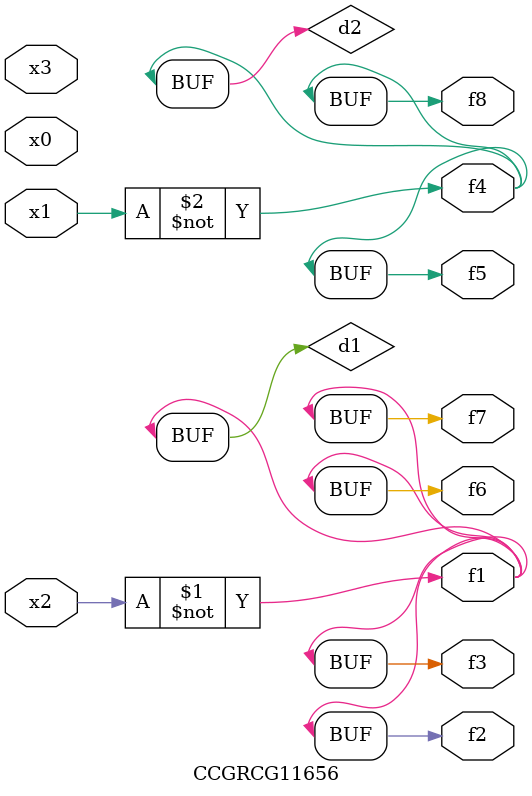
<source format=v>
module CCGRCG11656(
	input x0, x1, x2, x3,
	output f1, f2, f3, f4, f5, f6, f7, f8
);

	wire d1, d2;

	xnor (d1, x2);
	not (d2, x1);
	assign f1 = d1;
	assign f2 = d1;
	assign f3 = d1;
	assign f4 = d2;
	assign f5 = d2;
	assign f6 = d1;
	assign f7 = d1;
	assign f8 = d2;
endmodule

</source>
